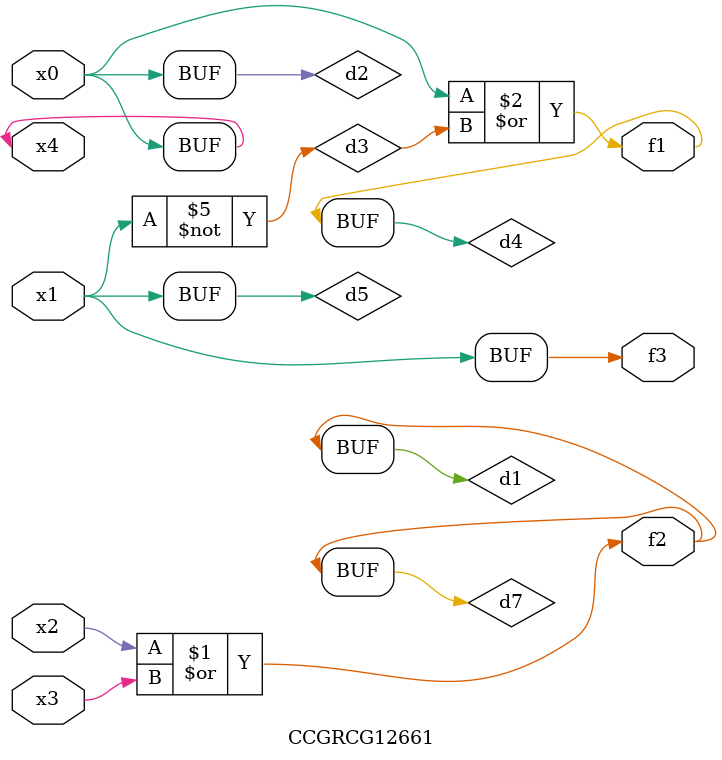
<source format=v>
module CCGRCG12661(
	input x0, x1, x2, x3, x4,
	output f1, f2, f3
);

	wire d1, d2, d3, d4, d5, d6, d7;

	or (d1, x2, x3);
	buf (d2, x0, x4);
	not (d3, x1);
	or (d4, d2, d3);
	not (d5, d3);
	nand (d6, d1, d3);
	or (d7, d1);
	assign f1 = d4;
	assign f2 = d7;
	assign f3 = d5;
endmodule

</source>
